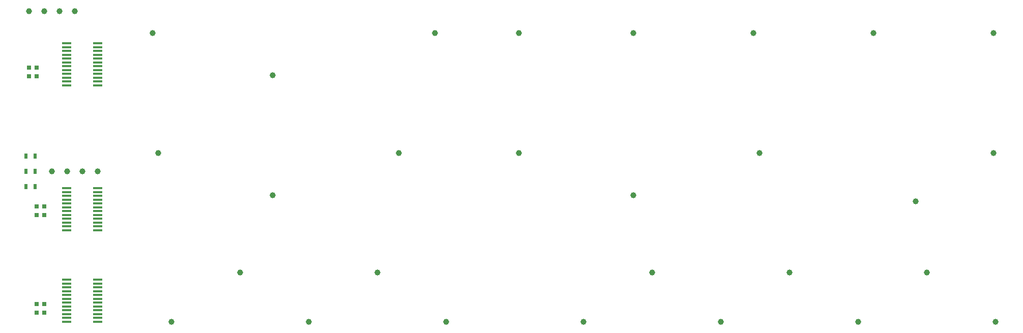
<source format=gbr>
G04 #@! TF.FileFunction,Paste,Bot*
%FSLAX46Y46*%
G04 Gerber Fmt 4.6, Leading zero omitted, Abs format (unit mm)*
G04 Created by KiCad (PCBNEW 4.0.4-stable) date 03/02/17 16:11:59*
%MOMM*%
%LPD*%
G01*
G04 APERTURE LIST*
%ADD10C,0.100000*%
%ADD11R,1.500000X0.300000*%
%ADD12C,1.000000*%
%ADD13R,0.750000X0.800000*%
%ADD14R,0.500000X0.900000*%
G04 APERTURE END LIST*
D10*
D11*
X22920000Y7937500D03*
X17720000Y7937500D03*
X22920000Y8572500D03*
X17720000Y8572500D03*
X22920000Y9207500D03*
X17720000Y9207500D03*
X22920000Y9842500D03*
X17720000Y9842500D03*
X22920000Y10477500D03*
X17720000Y10477500D03*
X22920000Y11112500D03*
X17720000Y11112500D03*
X22920000Y11747500D03*
X17720000Y11747500D03*
X22920000Y12382500D03*
X17720000Y12382500D03*
X22920000Y13017500D03*
X17720000Y13017500D03*
X22920000Y13652500D03*
X17720000Y13652500D03*
X22920000Y14287500D03*
X17720000Y14287500D03*
X22920000Y14922500D03*
X17720000Y14922500D03*
D12*
X32000000Y56000000D03*
X52000000Y49000000D03*
X79000000Y56000000D03*
X93000000Y56000000D03*
X112000000Y56000000D03*
X132000000Y56000000D03*
X152000000Y56000000D03*
X172000000Y56000000D03*
X11430000Y59690000D03*
X13970000Y59690000D03*
X16510000Y59690000D03*
X19050000Y59690000D03*
X33000000Y36000000D03*
X52000000Y29000000D03*
X73000000Y36000000D03*
X93000000Y36000000D03*
X112000000Y29000000D03*
X133000000Y36000000D03*
X159000000Y28000000D03*
X172000000Y36000000D03*
X15240000Y33020000D03*
X17780000Y33020000D03*
X20320000Y33020000D03*
X22860000Y33020000D03*
X35188600Y7875000D03*
X46617100Y16125000D03*
X58045800Y7875000D03*
X69474400Y16125000D03*
X80903000Y7875000D03*
X103760200Y7875000D03*
X115188800Y16125000D03*
X126617400Y7875000D03*
X138046000Y16125000D03*
X149474600Y7875000D03*
X160903200Y16125000D03*
X172331800Y7875000D03*
D13*
X12700000Y50280000D03*
X12700000Y48780000D03*
X11430000Y50280000D03*
X11430000Y48780000D03*
X13970000Y27166000D03*
X13970000Y25666000D03*
X12700000Y27166000D03*
X12700000Y25666000D03*
X13970000Y10910000D03*
X13970000Y9410000D03*
X12700000Y10910000D03*
X12700000Y9410000D03*
D14*
X12446000Y33020000D03*
X10946000Y33020000D03*
X12434000Y30480000D03*
X10934000Y30480000D03*
X12434000Y35560000D03*
X10934000Y35560000D03*
D11*
X22920000Y47307500D03*
X17720000Y47307500D03*
X22920000Y47942500D03*
X17720000Y47942500D03*
X22920000Y48577500D03*
X17720000Y48577500D03*
X22920000Y49212500D03*
X17720000Y49212500D03*
X22920000Y49847500D03*
X17720000Y49847500D03*
X22920000Y50482500D03*
X17720000Y50482500D03*
X22920000Y51117500D03*
X17720000Y51117500D03*
X22920000Y51752500D03*
X17720000Y51752500D03*
X22920000Y52387500D03*
X17720000Y52387500D03*
X22920000Y53022500D03*
X17720000Y53022500D03*
X22920000Y53657500D03*
X17720000Y53657500D03*
X22920000Y54292500D03*
X17720000Y54292500D03*
X22920000Y23177500D03*
X17720000Y23177500D03*
X22920000Y23812500D03*
X17720000Y23812500D03*
X22920000Y24447500D03*
X17720000Y24447500D03*
X22920000Y25082500D03*
X17720000Y25082500D03*
X22920000Y25717500D03*
X17720000Y25717500D03*
X22920000Y26352500D03*
X17720000Y26352500D03*
X22920000Y26987500D03*
X17720000Y26987500D03*
X22920000Y27622500D03*
X17720000Y27622500D03*
X22920000Y28257500D03*
X17720000Y28257500D03*
X22920000Y28892500D03*
X17720000Y28892500D03*
X22920000Y29527500D03*
X17720000Y29527500D03*
X22920000Y30162500D03*
X17720000Y30162500D03*
M02*

</source>
